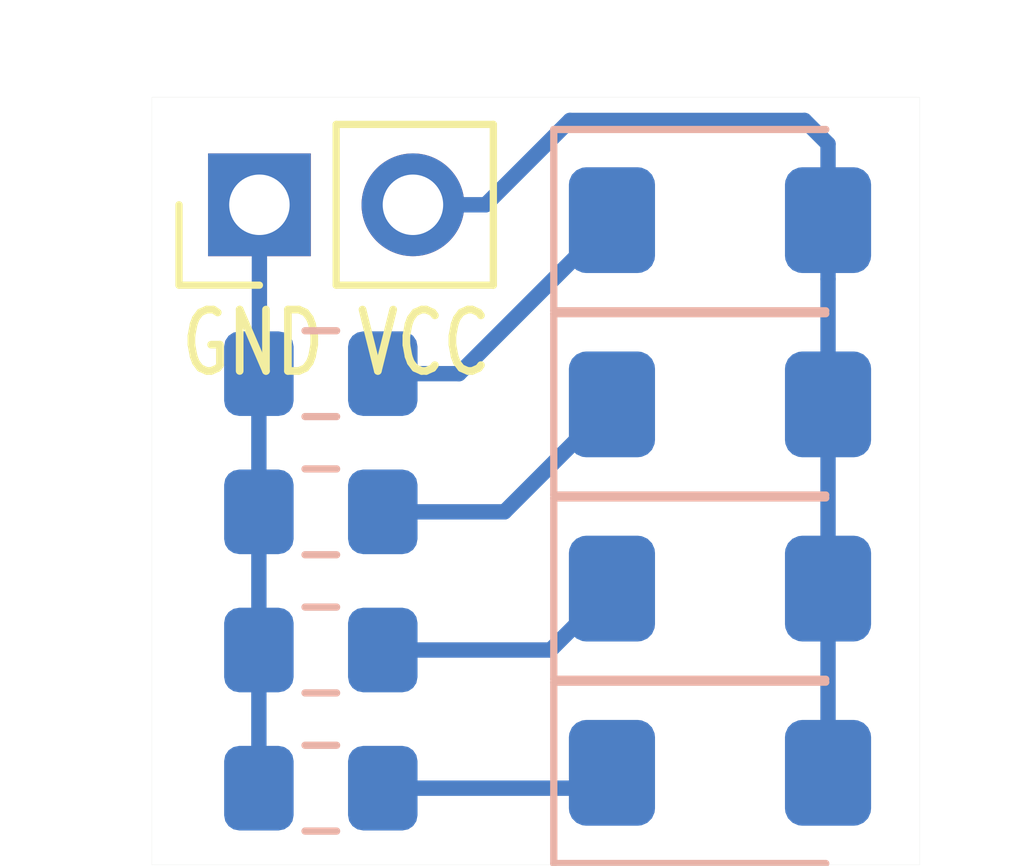
<source format=kicad_pcb>
(kicad_pcb (version 20171130) (host pcbnew 5.0.2-bee76a0~70~ubuntu16.04.1)

  (general
    (thickness 1.6)
    (drawings 5)
    (tracks 25)
    (zones 0)
    (modules 9)
    (nets 7)
  )

  (page A4)
  (layers
    (0 F.Cu signal)
    (31 B.Cu signal)
    (32 B.Adhes user)
    (33 F.Adhes user)
    (34 B.Paste user)
    (35 F.Paste user)
    (36 B.SilkS user)
    (37 F.SilkS user)
    (38 B.Mask user)
    (39 F.Mask user)
    (40 Dwgs.User user)
    (41 Cmts.User user)
    (42 Eco1.User user)
    (43 Eco2.User user)
    (44 Edge.Cuts user)
    (45 Margin user)
    (46 B.CrtYd user)
    (47 F.CrtYd user)
    (48 B.Fab user)
    (49 F.Fab user)
  )

  (setup
    (last_trace_width 0.254)
    (trace_clearance 0.254)
    (zone_clearance 0.508)
    (zone_45_only no)
    (trace_min 0.1524)
    (segment_width 0.2)
    (edge_width 0.15)
    (via_size 0.6858)
    (via_drill 0.3302)
    (via_min_size 0.6858)
    (via_min_drill 0.3302)
    (uvia_size 0.3)
    (uvia_drill 0.1)
    (uvias_allowed no)
    (uvia_min_size 0.2)
    (uvia_min_drill 0.1)
    (pcb_text_width 0.3)
    (pcb_text_size 1.5 1.5)
    (mod_edge_width 0.15)
    (mod_text_size 1 1)
    (mod_text_width 0.15)
    (pad_size 1.524 1.524)
    (pad_drill 0.762)
    (pad_to_mask_clearance 0.0508)
    (solder_mask_min_width 0.254)
    (aux_axis_origin 0 0)
    (visible_elements FFFFFF7F)
    (pcbplotparams
      (layerselection 0x010fc_ffffffff)
      (usegerberextensions false)
      (usegerberattributes false)
      (usegerberadvancedattributes false)
      (creategerberjobfile false)
      (excludeedgelayer true)
      (linewidth 0.100000)
      (plotframeref false)
      (viasonmask false)
      (mode 1)
      (useauxorigin false)
      (hpglpennumber 1)
      (hpglpenspeed 20)
      (hpglpendiameter 15.000000)
      (psnegative false)
      (psa4output false)
      (plotreference true)
      (plotvalue true)
      (plotinvisibletext false)
      (padsonsilk false)
      (subtractmaskfromsilk false)
      (outputformat 1)
      (mirror false)
      (drillshape 1)
      (scaleselection 1)
      (outputdirectory ""))
  )

  (net 0 "")
  (net 1 VCC)
  (net 2 "Net-(D1-Pad1)")
  (net 3 "Net-(D2-Pad1)")
  (net 4 GND)
  (net 5 "Net-(D3-Pad1)")
  (net 6 "Net-(D4-Pad1)")

  (net_class Default "This is the default net class."
    (clearance 0.254)
    (trace_width 0.254)
    (via_dia 0.6858)
    (via_drill 0.3302)
    (uvia_dia 0.3)
    (uvia_drill 0.1)
    (add_net GND)
    (add_net "Net-(D1-Pad1)")
    (add_net "Net-(D2-Pad1)")
    (add_net "Net-(D3-Pad1)")
    (add_net "Net-(D4-Pad1)")
    (add_net VCC)
  )

  (module "# reverse-mount-led-test:LED_1206_ReverseMountSquare1.5mm_HandSolder" (layer B.Cu) (tedit 5D25512D) (tstamp 5D31CE3A)
    (at 161.798 103.632)
    (descr "LED SMD 1206 (3216 Metric), reverse mount, square (rectangular) end terminal, IPC_7351 nominal, (Body size source: http://www.tortai-tech.com/upload/download/2011102023233369053.pdf), generated with kicad-footprint-generator")
    (tags "diode reverse")
    (path /5D253BEF)
    (attr smd)
    (fp_text reference D1 (at 0 2.25) (layer B.SilkS) hide
      (effects (font (size 1 1) (thickness 0.15)) (justify mirror))
    )
    (fp_text value LED (at 3.556 0) (layer B.Fab)
      (effects (font (size 1 1) (thickness 0.15)) (justify mirror))
    )
    (fp_text user %R (at 0 0) (layer B.Fab)
      (effects (font (size 0.8 0.8) (thickness 0.12)) (justify mirror))
    )
    (fp_line (start 2.75 -1.5) (end -2.75 -1.5) (layer B.CrtYd) (width 0.05))
    (fp_line (start 2.75 1.5) (end 2.75 -1.5) (layer B.CrtYd) (width 0.05))
    (fp_line (start -2.75 1.5) (end 2.75 1.5) (layer B.CrtYd) (width 0.05))
    (fp_line (start -2.75 -1.5) (end -2.75 1.5) (layer B.CrtYd) (width 0.05))
    (fp_line (start -2.75 -1.5) (end 1.75 -1.5) (layer B.SilkS) (width 0.12))
    (fp_line (start -2.75 1.5) (end -2.75 -1.5) (layer B.SilkS) (width 0.12))
    (fp_line (start 1.75 1.5) (end -2.75 1.5) (layer B.SilkS) (width 0.12))
    (fp_line (start 1.6 -0.8) (end 1.6 0.8) (layer B.Fab) (width 0.1))
    (fp_line (start -1.6 -0.8) (end 1.6 -0.8) (layer B.Fab) (width 0.1))
    (fp_line (start -1.6 0.4) (end -1.6 -0.8) (layer B.Fab) (width 0.1))
    (fp_line (start -1.2 0.8) (end -1.6 0.4) (layer B.Fab) (width 0.1))
    (fp_line (start 1.6 0.8) (end -1.2 0.8) (layer B.Fab) (width 0.1))
    (pad "" np_thru_hole oval (at 0 0) (size 1.8 2.4) (drill oval 1.8 2.4) (layers *.Cu *.Mask))
    (pad 2 smd roundrect (at 1.7875 0) (size 1.425 1.75) (layers B.Cu B.Paste B.Mask) (roundrect_rratio 0.2)
      (net 1 VCC))
    (pad 1 smd roundrect (at -1.7875 0) (size 1.425 1.75) (layers B.Cu B.Paste B.Mask) (roundrect_rratio 0.2)
      (net 2 "Net-(D1-Pad1)"))
    (model ${KISYS3DMOD}/LED_SMD.3dshapes/LED_1206_3216Metric_ReverseMount.wrl
      (at (xyz 0 0 0))
      (scale (xyz 1 1 1))
      (rotate (xyz 0 0 0))
    )
  )

  (module "# reverse-mount-led-test:LED_1206_ReverseMountSquare1.5mm_HandSolder" (layer B.Cu) (tedit 5D255128) (tstamp 5D31CE4E)
    (at 161.798 106.68)
    (descr "LED SMD 1206 (3216 Metric), reverse mount, square (rectangular) end terminal, IPC_7351 nominal, (Body size source: http://www.tortai-tech.com/upload/download/2011102023233369053.pdf), generated with kicad-footprint-generator")
    (tags "diode reverse")
    (path /5D254483)
    (attr smd)
    (fp_text reference D2 (at 0 2.25) (layer B.SilkS) hide
      (effects (font (size 1 1) (thickness 0.15)) (justify mirror))
    )
    (fp_text value LED (at 3.556 0) (layer B.Fab)
      (effects (font (size 1 1) (thickness 0.15)) (justify mirror))
    )
    (fp_line (start 1.6 0.8) (end -1.2 0.8) (layer B.Fab) (width 0.1))
    (fp_line (start -1.2 0.8) (end -1.6 0.4) (layer B.Fab) (width 0.1))
    (fp_line (start -1.6 0.4) (end -1.6 -0.8) (layer B.Fab) (width 0.1))
    (fp_line (start -1.6 -0.8) (end 1.6 -0.8) (layer B.Fab) (width 0.1))
    (fp_line (start 1.6 -0.8) (end 1.6 0.8) (layer B.Fab) (width 0.1))
    (fp_line (start 1.75 1.5) (end -2.75 1.5) (layer B.SilkS) (width 0.12))
    (fp_line (start -2.75 1.5) (end -2.75 -1.5) (layer B.SilkS) (width 0.12))
    (fp_line (start -2.75 -1.5) (end 1.75 -1.5) (layer B.SilkS) (width 0.12))
    (fp_line (start -2.75 -1.5) (end -2.75 1.5) (layer B.CrtYd) (width 0.05))
    (fp_line (start -2.75 1.5) (end 2.75 1.5) (layer B.CrtYd) (width 0.05))
    (fp_line (start 2.75 1.5) (end 2.75 -1.5) (layer B.CrtYd) (width 0.05))
    (fp_line (start 2.75 -1.5) (end -2.75 -1.5) (layer B.CrtYd) (width 0.05))
    (fp_text user %R (at 0 0) (layer B.Fab)
      (effects (font (size 0.8 0.8) (thickness 0.12)) (justify mirror))
    )
    (pad 1 smd roundrect (at -1.7875 0) (size 1.425 1.75) (layers B.Cu B.Paste B.Mask) (roundrect_rratio 0.2)
      (net 3 "Net-(D2-Pad1)"))
    (pad 2 smd roundrect (at 1.7875 0) (size 1.425 1.75) (layers B.Cu B.Paste B.Mask) (roundrect_rratio 0.2)
      (net 1 VCC))
    (pad "" np_thru_hole oval (at 0 0) (size 1.8 2.4) (drill oval 1.8 2.4) (layers *.Cu *.Mask))
    (model ${KISYS3DMOD}/LED_SMD.3dshapes/LED_1206_3216Metric_ReverseMount.wrl
      (at (xyz 0 0 0))
      (scale (xyz 1 1 1))
      (rotate (xyz 0 0 0))
    )
  )

  (module Connector_PinHeader_2.54mm:PinHeader_1x02_P2.54mm_Vertical (layer F.Cu) (tedit 5D2551AA) (tstamp 5D31CE64)
    (at 154.178 103.378 90)
    (descr "Through hole straight pin header, 1x02, 2.54mm pitch, single row")
    (tags "Through hole pin header THT 1x02 2.54mm single row")
    (path /5D253F4A)
    (fp_text reference J1 (at 0 -2.33 90) (layer F.SilkS) hide
      (effects (font (size 1 1) (thickness 0.15)))
    )
    (fp_text value Conn_01x02 (at 2.54 1.27 180) (layer F.Fab)
      (effects (font (size 1 1) (thickness 0.15)))
    )
    (fp_line (start -0.635 -1.27) (end 1.27 -1.27) (layer F.Fab) (width 0.1))
    (fp_line (start 1.27 -1.27) (end 1.27 3.81) (layer F.Fab) (width 0.1))
    (fp_line (start 1.27 3.81) (end -1.27 3.81) (layer F.Fab) (width 0.1))
    (fp_line (start -1.27 3.81) (end -1.27 -0.635) (layer F.Fab) (width 0.1))
    (fp_line (start -1.27 -0.635) (end -0.635 -1.27) (layer F.Fab) (width 0.1))
    (fp_line (start -1.33 3.87) (end 1.33 3.87) (layer F.SilkS) (width 0.12))
    (fp_line (start -1.33 1.27) (end -1.33 3.87) (layer F.SilkS) (width 0.12))
    (fp_line (start 1.33 1.27) (end 1.33 3.87) (layer F.SilkS) (width 0.12))
    (fp_line (start -1.33 1.27) (end 1.33 1.27) (layer F.SilkS) (width 0.12))
    (fp_line (start -1.33 0) (end -1.33 -1.33) (layer F.SilkS) (width 0.12))
    (fp_line (start -1.33 -1.33) (end 0 -1.33) (layer F.SilkS) (width 0.12))
    (fp_line (start -1.8 -1.8) (end -1.8 4.35) (layer F.CrtYd) (width 0.05))
    (fp_line (start -1.8 4.35) (end 1.8 4.35) (layer F.CrtYd) (width 0.05))
    (fp_line (start 1.8 4.35) (end 1.8 -1.8) (layer F.CrtYd) (width 0.05))
    (fp_line (start 1.8 -1.8) (end -1.8 -1.8) (layer F.CrtYd) (width 0.05))
    (fp_text user %R (at 0 1.27 180) (layer F.Fab)
      (effects (font (size 1 1) (thickness 0.15)))
    )
    (pad 1 thru_hole rect (at 0 0 90) (size 1.7 1.7) (drill 1) (layers *.Cu *.Mask)
      (net 4 GND))
    (pad 2 thru_hole oval (at 0 2.54 90) (size 1.7 1.7) (drill 1) (layers *.Cu *.Mask)
      (net 1 VCC))
    (model ${KISYS3DMOD}/Connector_PinHeader_2.54mm.3dshapes/PinHeader_1x02_P2.54mm_Vertical.wrl
      (at (xyz 0 0 0))
      (scale (xyz 1 1 1))
      (rotate (xyz 0 0 0))
    )
  )

  (module Resistor_SMD:R_0805_2012Metric_Pad1.15x1.40mm_HandSolder (layer B.Cu) (tedit 5D255120) (tstamp 5D31CE75)
    (at 155.194 106.172)
    (descr "Resistor SMD 0805 (2012 Metric), square (rectangular) end terminal, IPC_7351 nominal with elongated pad for handsoldering. (Body size source: https://docs.google.com/spreadsheets/d/1BsfQQcO9C6DZCsRaXUlFlo91Tg2WpOkGARC1WS5S8t0/edit?usp=sharing), generated with kicad-footprint-generator")
    (tags "resistor handsolder")
    (path /5D253D7B)
    (attr smd)
    (fp_text reference R1 (at 0 1.65) (layer B.SilkS) hide
      (effects (font (size 1 1) (thickness 0.15)) (justify mirror))
    )
    (fp_text value R_US (at -3.302 0) (layer B.Fab)
      (effects (font (size 1 1) (thickness 0.15)) (justify mirror))
    )
    (fp_line (start -1 -0.6) (end -1 0.6) (layer B.Fab) (width 0.1))
    (fp_line (start -1 0.6) (end 1 0.6) (layer B.Fab) (width 0.1))
    (fp_line (start 1 0.6) (end 1 -0.6) (layer B.Fab) (width 0.1))
    (fp_line (start 1 -0.6) (end -1 -0.6) (layer B.Fab) (width 0.1))
    (fp_line (start -0.261252 0.71) (end 0.261252 0.71) (layer B.SilkS) (width 0.12))
    (fp_line (start -0.261252 -0.71) (end 0.261252 -0.71) (layer B.SilkS) (width 0.12))
    (fp_line (start -1.85 -0.95) (end -1.85 0.95) (layer B.CrtYd) (width 0.05))
    (fp_line (start -1.85 0.95) (end 1.85 0.95) (layer B.CrtYd) (width 0.05))
    (fp_line (start 1.85 0.95) (end 1.85 -0.95) (layer B.CrtYd) (width 0.05))
    (fp_line (start 1.85 -0.95) (end -1.85 -0.95) (layer B.CrtYd) (width 0.05))
    (fp_text user %R (at 0 0) (layer B.Fab)
      (effects (font (size 0.5 0.5) (thickness 0.08)) (justify mirror))
    )
    (pad 1 smd roundrect (at -1.025 0) (size 1.15 1.4) (layers B.Cu B.Paste B.Mask) (roundrect_rratio 0.217391)
      (net 4 GND))
    (pad 2 smd roundrect (at 1.025 0) (size 1.15 1.4) (layers B.Cu B.Paste B.Mask) (roundrect_rratio 0.217391)
      (net 2 "Net-(D1-Pad1)"))
    (model ${KISYS3DMOD}/Resistor_SMD.3dshapes/R_0805_2012Metric.wrl
      (at (xyz 0 0 0))
      (scale (xyz 1 1 1))
      (rotate (xyz 0 0 0))
    )
  )

  (module Resistor_SMD:R_0805_2012Metric_Pad1.15x1.40mm_HandSolder (layer B.Cu) (tedit 5D25511D) (tstamp 5D31CE86)
    (at 155.194 108.458)
    (descr "Resistor SMD 0805 (2012 Metric), square (rectangular) end terminal, IPC_7351 nominal with elongated pad for handsoldering. (Body size source: https://docs.google.com/spreadsheets/d/1BsfQQcO9C6DZCsRaXUlFlo91Tg2WpOkGARC1WS5S8t0/edit?usp=sharing), generated with kicad-footprint-generator")
    (tags "resistor handsolder")
    (path /5D25448A)
    (attr smd)
    (fp_text reference R2 (at 0 1.65) (layer B.SilkS) hide
      (effects (font (size 1 1) (thickness 0.15)) (justify mirror))
    )
    (fp_text value R_US (at -3.302 0) (layer B.Fab)
      (effects (font (size 1 1) (thickness 0.15)) (justify mirror))
    )
    (fp_text user %R (at 0 0) (layer B.Fab)
      (effects (font (size 0.5 0.5) (thickness 0.08)) (justify mirror))
    )
    (fp_line (start 1.85 -0.95) (end -1.85 -0.95) (layer B.CrtYd) (width 0.05))
    (fp_line (start 1.85 0.95) (end 1.85 -0.95) (layer B.CrtYd) (width 0.05))
    (fp_line (start -1.85 0.95) (end 1.85 0.95) (layer B.CrtYd) (width 0.05))
    (fp_line (start -1.85 -0.95) (end -1.85 0.95) (layer B.CrtYd) (width 0.05))
    (fp_line (start -0.261252 -0.71) (end 0.261252 -0.71) (layer B.SilkS) (width 0.12))
    (fp_line (start -0.261252 0.71) (end 0.261252 0.71) (layer B.SilkS) (width 0.12))
    (fp_line (start 1 -0.6) (end -1 -0.6) (layer B.Fab) (width 0.1))
    (fp_line (start 1 0.6) (end 1 -0.6) (layer B.Fab) (width 0.1))
    (fp_line (start -1 0.6) (end 1 0.6) (layer B.Fab) (width 0.1))
    (fp_line (start -1 -0.6) (end -1 0.6) (layer B.Fab) (width 0.1))
    (pad 2 smd roundrect (at 1.025 0) (size 1.15 1.4) (layers B.Cu B.Paste B.Mask) (roundrect_rratio 0.217391)
      (net 3 "Net-(D2-Pad1)"))
    (pad 1 smd roundrect (at -1.025 0) (size 1.15 1.4) (layers B.Cu B.Paste B.Mask) (roundrect_rratio 0.217391)
      (net 4 GND))
    (model ${KISYS3DMOD}/Resistor_SMD.3dshapes/R_0805_2012Metric.wrl
      (at (xyz 0 0 0))
      (scale (xyz 1 1 1))
      (rotate (xyz 0 0 0))
    )
  )

  (module "# reverse-mount-led-test:LED_1206_ReverseMountSquare1.5mm_HandSolder" (layer B.Cu) (tedit 5D255125) (tstamp 5D31D385)
    (at 161.798 109.728)
    (descr "LED SMD 1206 (3216 Metric), reverse mount, square (rectangular) end terminal, IPC_7351 nominal, (Body size source: http://www.tortai-tech.com/upload/download/2011102023233369053.pdf), generated with kicad-footprint-generator")
    (tags "diode reverse")
    (path /5D254A3A)
    (attr smd)
    (fp_text reference D3 (at 0 2.25) (layer B.SilkS) hide
      (effects (font (size 1 1) (thickness 0.15)) (justify mirror))
    )
    (fp_text value LED (at 3.556 0) (layer B.Fab)
      (effects (font (size 1 1) (thickness 0.15)) (justify mirror))
    )
    (fp_text user %R (at 0 0) (layer B.Fab)
      (effects (font (size 0.8 0.8) (thickness 0.12)) (justify mirror))
    )
    (fp_line (start 2.75 -1.5) (end -2.75 -1.5) (layer B.CrtYd) (width 0.05))
    (fp_line (start 2.75 1.5) (end 2.75 -1.5) (layer B.CrtYd) (width 0.05))
    (fp_line (start -2.75 1.5) (end 2.75 1.5) (layer B.CrtYd) (width 0.05))
    (fp_line (start -2.75 -1.5) (end -2.75 1.5) (layer B.CrtYd) (width 0.05))
    (fp_line (start -2.75 -1.5) (end 1.75 -1.5) (layer B.SilkS) (width 0.12))
    (fp_line (start -2.75 1.5) (end -2.75 -1.5) (layer B.SilkS) (width 0.12))
    (fp_line (start 1.75 1.5) (end -2.75 1.5) (layer B.SilkS) (width 0.12))
    (fp_line (start 1.6 -0.8) (end 1.6 0.8) (layer B.Fab) (width 0.1))
    (fp_line (start -1.6 -0.8) (end 1.6 -0.8) (layer B.Fab) (width 0.1))
    (fp_line (start -1.6 0.4) (end -1.6 -0.8) (layer B.Fab) (width 0.1))
    (fp_line (start -1.2 0.8) (end -1.6 0.4) (layer B.Fab) (width 0.1))
    (fp_line (start 1.6 0.8) (end -1.2 0.8) (layer B.Fab) (width 0.1))
    (pad "" np_thru_hole oval (at 0 0) (size 1.8 2.4) (drill oval 1.8 2.4) (layers *.Cu *.Mask))
    (pad 2 smd roundrect (at 1.7875 0) (size 1.425 1.75) (layers B.Cu B.Paste B.Mask) (roundrect_rratio 0.2)
      (net 1 VCC))
    (pad 1 smd roundrect (at -1.7875 0) (size 1.425 1.75) (layers B.Cu B.Paste B.Mask) (roundrect_rratio 0.2)
      (net 5 "Net-(D3-Pad1)"))
    (model ${KISYS3DMOD}/LED_SMD.3dshapes/LED_1206_3216Metric_ReverseMount.wrl
      (at (xyz 0 0 0))
      (scale (xyz 1 1 1))
      (rotate (xyz 0 0 0))
    )
  )

  (module "# reverse-mount-led-test:LED_1206_ReverseMountSquare1.5mm_HandSolder" (layer B.Cu) (tedit 5D25510B) (tstamp 5D31D399)
    (at 161.798 112.776)
    (descr "LED SMD 1206 (3216 Metric), reverse mount, square (rectangular) end terminal, IPC_7351 nominal, (Body size source: http://www.tortai-tech.com/upload/download/2011102023233369053.pdf), generated with kicad-footprint-generator")
    (tags "diode reverse")
    (path /5D254A4A)
    (attr smd)
    (fp_text reference D4 (at 0 2.25) (layer B.SilkS) hide
      (effects (font (size 1 1) (thickness 0.15)) (justify mirror))
    )
    (fp_text value LED (at 3.556 0) (layer B.Fab)
      (effects (font (size 1 1) (thickness 0.15)) (justify mirror))
    )
    (fp_line (start 1.6 0.8) (end -1.2 0.8) (layer B.Fab) (width 0.1))
    (fp_line (start -1.2 0.8) (end -1.6 0.4) (layer B.Fab) (width 0.1))
    (fp_line (start -1.6 0.4) (end -1.6 -0.8) (layer B.Fab) (width 0.1))
    (fp_line (start -1.6 -0.8) (end 1.6 -0.8) (layer B.Fab) (width 0.1))
    (fp_line (start 1.6 -0.8) (end 1.6 0.8) (layer B.Fab) (width 0.1))
    (fp_line (start 1.75 1.5) (end -2.75 1.5) (layer B.SilkS) (width 0.12))
    (fp_line (start -2.75 1.5) (end -2.75 -1.5) (layer B.SilkS) (width 0.12))
    (fp_line (start -2.75 -1.5) (end 1.75 -1.5) (layer B.SilkS) (width 0.12))
    (fp_line (start -2.75 -1.5) (end -2.75 1.5) (layer B.CrtYd) (width 0.05))
    (fp_line (start -2.75 1.5) (end 2.75 1.5) (layer B.CrtYd) (width 0.05))
    (fp_line (start 2.75 1.5) (end 2.75 -1.5) (layer B.CrtYd) (width 0.05))
    (fp_line (start 2.75 -1.5) (end -2.75 -1.5) (layer B.CrtYd) (width 0.05))
    (fp_text user %R (at 0 0) (layer B.Fab)
      (effects (font (size 0.8 0.8) (thickness 0.12)) (justify mirror))
    )
    (pad 1 smd roundrect (at -1.7875 0) (size 1.425 1.75) (layers B.Cu B.Paste B.Mask) (roundrect_rratio 0.2)
      (net 6 "Net-(D4-Pad1)"))
    (pad 2 smd roundrect (at 1.7875 0) (size 1.425 1.75) (layers B.Cu B.Paste B.Mask) (roundrect_rratio 0.2)
      (net 1 VCC))
    (pad "" np_thru_hole oval (at 0 0) (size 1.8 2.4) (drill oval 1.8 2.4) (layers *.Cu *.Mask))
    (model ${KISYS3DMOD}/LED_SMD.3dshapes/LED_1206_3216Metric_ReverseMount.wrl
      (at (xyz 0 0 0))
      (scale (xyz 1 1 1))
      (rotate (xyz 0 0 0))
    )
  )

  (module Resistor_SMD:R_0805_2012Metric_Pad1.15x1.40mm_HandSolder (layer B.Cu) (tedit 5D255119) (tstamp 5D31D3AA)
    (at 155.194 110.744)
    (descr "Resistor SMD 0805 (2012 Metric), square (rectangular) end terminal, IPC_7351 nominal with elongated pad for handsoldering. (Body size source: https://docs.google.com/spreadsheets/d/1BsfQQcO9C6DZCsRaXUlFlo91Tg2WpOkGARC1WS5S8t0/edit?usp=sharing), generated with kicad-footprint-generator")
    (tags "resistor handsolder")
    (path /5D254A41)
    (attr smd)
    (fp_text reference R3 (at 0 1.65) (layer B.SilkS) hide
      (effects (font (size 1 1) (thickness 0.15)) (justify mirror))
    )
    (fp_text value R_US (at -3.302 0) (layer B.Fab)
      (effects (font (size 1 1) (thickness 0.15)) (justify mirror))
    )
    (fp_line (start -1 -0.6) (end -1 0.6) (layer B.Fab) (width 0.1))
    (fp_line (start -1 0.6) (end 1 0.6) (layer B.Fab) (width 0.1))
    (fp_line (start 1 0.6) (end 1 -0.6) (layer B.Fab) (width 0.1))
    (fp_line (start 1 -0.6) (end -1 -0.6) (layer B.Fab) (width 0.1))
    (fp_line (start -0.261252 0.71) (end 0.261252 0.71) (layer B.SilkS) (width 0.12))
    (fp_line (start -0.261252 -0.71) (end 0.261252 -0.71) (layer B.SilkS) (width 0.12))
    (fp_line (start -1.85 -0.95) (end -1.85 0.95) (layer B.CrtYd) (width 0.05))
    (fp_line (start -1.85 0.95) (end 1.85 0.95) (layer B.CrtYd) (width 0.05))
    (fp_line (start 1.85 0.95) (end 1.85 -0.95) (layer B.CrtYd) (width 0.05))
    (fp_line (start 1.85 -0.95) (end -1.85 -0.95) (layer B.CrtYd) (width 0.05))
    (fp_text user %R (at 0 0) (layer B.Fab)
      (effects (font (size 0.5 0.5) (thickness 0.08)) (justify mirror))
    )
    (pad 1 smd roundrect (at -1.025 0) (size 1.15 1.4) (layers B.Cu B.Paste B.Mask) (roundrect_rratio 0.217391)
      (net 4 GND))
    (pad 2 smd roundrect (at 1.025 0) (size 1.15 1.4) (layers B.Cu B.Paste B.Mask) (roundrect_rratio 0.217391)
      (net 5 "Net-(D3-Pad1)"))
    (model ${KISYS3DMOD}/Resistor_SMD.3dshapes/R_0805_2012Metric.wrl
      (at (xyz 0 0 0))
      (scale (xyz 1 1 1))
      (rotate (xyz 0 0 0))
    )
  )

  (module Resistor_SMD:R_0805_2012Metric_Pad1.15x1.40mm_HandSolder (layer B.Cu) (tedit 5D255115) (tstamp 5D31D3BB)
    (at 155.194 113.03)
    (descr "Resistor SMD 0805 (2012 Metric), square (rectangular) end terminal, IPC_7351 nominal with elongated pad for handsoldering. (Body size source: https://docs.google.com/spreadsheets/d/1BsfQQcO9C6DZCsRaXUlFlo91Tg2WpOkGARC1WS5S8t0/edit?usp=sharing), generated with kicad-footprint-generator")
    (tags "resistor handsolder")
    (path /5D254A51)
    (attr smd)
    (fp_text reference R4 (at 0 1.65) (layer B.SilkS) hide
      (effects (font (size 1 1) (thickness 0.15)) (justify mirror))
    )
    (fp_text value R_US (at -3.302 0) (layer B.Fab)
      (effects (font (size 1 1) (thickness 0.15)) (justify mirror))
    )
    (fp_text user %R (at 0 0) (layer B.Fab)
      (effects (font (size 0.5 0.5) (thickness 0.08)) (justify mirror))
    )
    (fp_line (start 1.85 -0.95) (end -1.85 -0.95) (layer B.CrtYd) (width 0.05))
    (fp_line (start 1.85 0.95) (end 1.85 -0.95) (layer B.CrtYd) (width 0.05))
    (fp_line (start -1.85 0.95) (end 1.85 0.95) (layer B.CrtYd) (width 0.05))
    (fp_line (start -1.85 -0.95) (end -1.85 0.95) (layer B.CrtYd) (width 0.05))
    (fp_line (start -0.261252 -0.71) (end 0.261252 -0.71) (layer B.SilkS) (width 0.12))
    (fp_line (start -0.261252 0.71) (end 0.261252 0.71) (layer B.SilkS) (width 0.12))
    (fp_line (start 1 -0.6) (end -1 -0.6) (layer B.Fab) (width 0.1))
    (fp_line (start 1 0.6) (end 1 -0.6) (layer B.Fab) (width 0.1))
    (fp_line (start -1 0.6) (end 1 0.6) (layer B.Fab) (width 0.1))
    (fp_line (start -1 -0.6) (end -1 0.6) (layer B.Fab) (width 0.1))
    (pad 2 smd roundrect (at 1.025 0) (size 1.15 1.4) (layers B.Cu B.Paste B.Mask) (roundrect_rratio 0.217391)
      (net 6 "Net-(D4-Pad1)"))
    (pad 1 smd roundrect (at -1.025 0) (size 1.15 1.4) (layers B.Cu B.Paste B.Mask) (roundrect_rratio 0.217391)
      (net 4 GND))
    (model ${KISYS3DMOD}/Resistor_SMD.3dshapes/R_0805_2012Metric.wrl
      (at (xyz 0 0 0))
      (scale (xyz 1 1 1))
      (rotate (xyz 0 0 0))
    )
  )

  (gr_text "GND VCC" (at 155.448 105.664) (layer F.SilkS)
    (effects (font (size 1.016 0.762) (thickness 0.127)))
  )
  (gr_line (start 152.4 114.3) (end 152.4 101.6) (layer Edge.Cuts) (width 0.00254))
  (gr_line (start 165.1 114.3) (end 152.4 114.3) (layer Edge.Cuts) (width 0.00254))
  (gr_line (start 165.1 101.6) (end 165.1 114.3) (layer Edge.Cuts) (width 0.00254))
  (gr_line (start 152.4 101.6) (end 165.1 101.6) (layer Edge.Cuts) (width 0.00254))

  (segment (start 163.5855 104.607) (end 163.5855 106.68) (width 0.254) (layer B.Cu) (net 1))
  (segment (start 163.5855 103.632) (end 163.5855 104.607) (width 0.254) (layer B.Cu) (net 1))
  (segment (start 163.5855 106.68) (end 163.5855 109.728) (width 0.254) (layer B.Cu) (net 1))
  (segment (start 163.5855 109.728) (end 163.5855 112.776) (width 0.254) (layer B.Cu) (net 1))
  (segment (start 163.5855 102.3715) (end 163.5855 103.632) (width 0.254) (layer B.Cu) (net 1))
  (segment (start 157.920081 103.378) (end 159.315801 101.98228) (width 0.254) (layer B.Cu) (net 1))
  (segment (start 159.315801 101.98228) (end 163.19628 101.98228) (width 0.254) (layer B.Cu) (net 1))
  (segment (start 156.718 103.378) (end 157.920081 103.378) (width 0.254) (layer B.Cu) (net 1))
  (segment (start 163.19628 101.98228) (end 163.5855 102.3715) (width 0.254) (layer B.Cu) (net 1))
  (segment (start 156.219 106.172) (end 156.219 106.163) (width 0.254) (layer B.Cu) (net 2))
  (segment (start 157.48 106.172) (end 156.219 106.172) (width 0.254) (layer B.Cu) (net 2))
  (segment (start 160.0105 103.6415) (end 157.48 106.172) (width 0.254) (layer B.Cu) (net 2))
  (segment (start 160.0105 103.632) (end 160.0105 103.6415) (width 0.254) (layer B.Cu) (net 2))
  (segment (start 158.2325 108.458) (end 160.0105 106.68) (width 0.254) (layer B.Cu) (net 3))
  (segment (start 156.219 108.458) (end 158.2325 108.458) (width 0.254) (layer B.Cu) (net 3))
  (segment (start 154.169 103.387) (end 154.178 103.378) (width 0.254) (layer B.Cu) (net 4))
  (segment (start 154.178 106.163) (end 154.169 106.172) (width 0.254) (layer B.Cu) (net 4))
  (segment (start 154.178 103.378) (end 154.178 106.163) (width 0.254) (layer B.Cu) (net 4))
  (segment (start 154.169 106.172) (end 154.169 108.458) (width 0.254) (layer B.Cu) (net 4))
  (segment (start 154.169 108.458) (end 154.169 110.744) (width 0.254) (layer B.Cu) (net 4))
  (segment (start 154.169 110.744) (end 154.169 113.03) (width 0.254) (layer B.Cu) (net 4))
  (segment (start 158.9945 110.744) (end 160.0105 109.728) (width 0.254) (layer B.Cu) (net 5))
  (segment (start 156.219 110.744) (end 158.9945 110.744) (width 0.254) (layer B.Cu) (net 5))
  (segment (start 159.7565 113.03) (end 156.219 113.03) (width 0.254) (layer B.Cu) (net 6))
  (segment (start 160.0105 112.776) (end 159.7565 113.03) (width 0.254) (layer B.Cu) (net 6))

)

</source>
